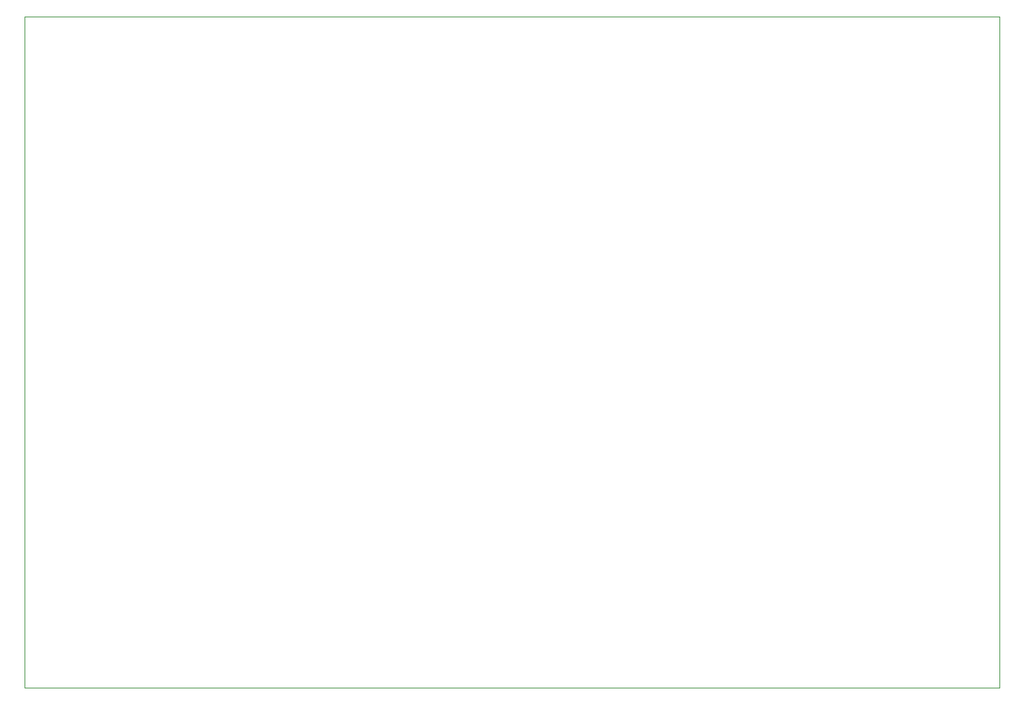
<source format=gbr>
G04 #@! TF.GenerationSoftware,KiCad,Pcbnew,(5.1.4-0)*
G04 #@! TF.CreationDate,2020-05-08T12:10:25+02:00*
G04 #@! TF.ProjectId,RPi_Teleco_PCB,5250695f-5465-46c6-9563-6f5f5043422e,rev?*
G04 #@! TF.SameCoordinates,Original*
G04 #@! TF.FileFunction,Profile,NP*
%FSLAX46Y46*%
G04 Gerber Fmt 4.6, Leading zero omitted, Abs format (unit mm)*
G04 Created by KiCad (PCBNEW (5.1.4-0)) date 2020-05-08 12:10:25*
%MOMM*%
%LPD*%
G04 APERTURE LIST*
%ADD10C,0.050000*%
G04 APERTURE END LIST*
D10*
X234950000Y-45720000D02*
X234950000Y-124460000D01*
X120650000Y-45720000D02*
X120650000Y-124460000D01*
X234950000Y-45720000D02*
X120650000Y-45720000D01*
X234950000Y-124460000D02*
X120650000Y-124460000D01*
M02*

</source>
